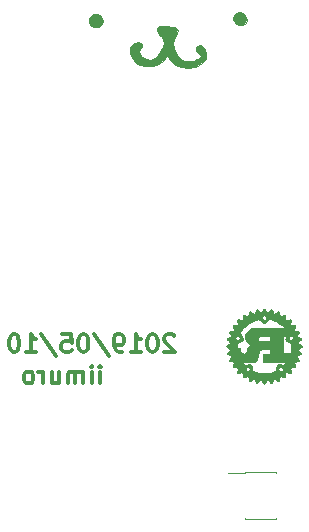
<source format=gbo>
G04 #@! TF.GenerationSoftware,KiCad,Pcbnew,(5.0.1-3-g963ef8bb5)*
G04 #@! TF.CreationDate,2019-05-10T02:41:28+09:00*
G04 #@! TF.ProjectId,mouse_v2,6D6F7573655F76322E6B696361645F70,rev?*
G04 #@! TF.SameCoordinates,Original*
G04 #@! TF.FileFunction,Legend,Bot*
G04 #@! TF.FilePolarity,Positive*
%FSLAX46Y46*%
G04 Gerber Fmt 4.6, Leading zero omitted, Abs format (unit mm)*
G04 Created by KiCad (PCBNEW (5.0.1-3-g963ef8bb5)) date 2019年05月10日 金曜日 02:41:28*
%MOMM*%
%LPD*%
G01*
G04 APERTURE LIST*
%ADD10C,0.300000*%
%ADD11C,0.120000*%
%ADD12C,0.010000*%
%ADD13C,0.150000*%
G04 APERTURE END LIST*
D10*
X145668571Y-129828571D02*
X145668571Y-128828571D01*
X145668571Y-128328571D02*
X145740000Y-128400000D01*
X145668571Y-128471428D01*
X145597142Y-128400000D01*
X145668571Y-128328571D01*
X145668571Y-128471428D01*
X144954285Y-129828571D02*
X144954285Y-128828571D01*
X144954285Y-128328571D02*
X145025714Y-128400000D01*
X144954285Y-128471428D01*
X144882857Y-128400000D01*
X144954285Y-128328571D01*
X144954285Y-128471428D01*
X144240000Y-129828571D02*
X144240000Y-128828571D01*
X144240000Y-128971428D02*
X144168571Y-128900000D01*
X144025714Y-128828571D01*
X143811428Y-128828571D01*
X143668571Y-128900000D01*
X143597142Y-129042857D01*
X143597142Y-129828571D01*
X143597142Y-129042857D02*
X143525714Y-128900000D01*
X143382857Y-128828571D01*
X143168571Y-128828571D01*
X143025714Y-128900000D01*
X142954285Y-129042857D01*
X142954285Y-129828571D01*
X141597142Y-128828571D02*
X141597142Y-129828571D01*
X142240000Y-128828571D02*
X142240000Y-129614285D01*
X142168571Y-129757142D01*
X142025714Y-129828571D01*
X141811428Y-129828571D01*
X141668571Y-129757142D01*
X141597142Y-129685714D01*
X140882857Y-129828571D02*
X140882857Y-128828571D01*
X140882857Y-129114285D02*
X140811428Y-128971428D01*
X140740000Y-128900000D01*
X140597142Y-128828571D01*
X140454285Y-128828571D01*
X139740000Y-129828571D02*
X139882857Y-129757142D01*
X139954285Y-129685714D01*
X140025714Y-129542857D01*
X140025714Y-129114285D01*
X139954285Y-128971428D01*
X139882857Y-128900000D01*
X139740000Y-128828571D01*
X139525714Y-128828571D01*
X139382857Y-128900000D01*
X139311428Y-128971428D01*
X139240000Y-129114285D01*
X139240000Y-129542857D01*
X139311428Y-129685714D01*
X139382857Y-129757142D01*
X139525714Y-129828571D01*
X139740000Y-129828571D01*
X151980000Y-125821428D02*
X151908571Y-125750000D01*
X151765714Y-125678571D01*
X151408571Y-125678571D01*
X151265714Y-125750000D01*
X151194285Y-125821428D01*
X151122857Y-125964285D01*
X151122857Y-126107142D01*
X151194285Y-126321428D01*
X152051428Y-127178571D01*
X151122857Y-127178571D01*
X150194285Y-125678571D02*
X150051428Y-125678571D01*
X149908571Y-125750000D01*
X149837142Y-125821428D01*
X149765714Y-125964285D01*
X149694285Y-126250000D01*
X149694285Y-126607142D01*
X149765714Y-126892857D01*
X149837142Y-127035714D01*
X149908571Y-127107142D01*
X150051428Y-127178571D01*
X150194285Y-127178571D01*
X150337142Y-127107142D01*
X150408571Y-127035714D01*
X150480000Y-126892857D01*
X150551428Y-126607142D01*
X150551428Y-126250000D01*
X150480000Y-125964285D01*
X150408571Y-125821428D01*
X150337142Y-125750000D01*
X150194285Y-125678571D01*
X148265714Y-127178571D02*
X149122857Y-127178571D01*
X148694285Y-127178571D02*
X148694285Y-125678571D01*
X148837142Y-125892857D01*
X148980000Y-126035714D01*
X149122857Y-126107142D01*
X147551428Y-127178571D02*
X147265714Y-127178571D01*
X147122857Y-127107142D01*
X147051428Y-127035714D01*
X146908571Y-126821428D01*
X146837142Y-126535714D01*
X146837142Y-125964285D01*
X146908571Y-125821428D01*
X146980000Y-125750000D01*
X147122857Y-125678571D01*
X147408571Y-125678571D01*
X147551428Y-125750000D01*
X147622857Y-125821428D01*
X147694285Y-125964285D01*
X147694285Y-126321428D01*
X147622857Y-126464285D01*
X147551428Y-126535714D01*
X147408571Y-126607142D01*
X147122857Y-126607142D01*
X146980000Y-126535714D01*
X146908571Y-126464285D01*
X146837142Y-126321428D01*
X145122857Y-125607142D02*
X146408571Y-127535714D01*
X144337142Y-125678571D02*
X144194285Y-125678571D01*
X144051428Y-125750000D01*
X143980000Y-125821428D01*
X143908571Y-125964285D01*
X143837142Y-126250000D01*
X143837142Y-126607142D01*
X143908571Y-126892857D01*
X143980000Y-127035714D01*
X144051428Y-127107142D01*
X144194285Y-127178571D01*
X144337142Y-127178571D01*
X144480000Y-127107142D01*
X144551428Y-127035714D01*
X144622857Y-126892857D01*
X144694285Y-126607142D01*
X144694285Y-126250000D01*
X144622857Y-125964285D01*
X144551428Y-125821428D01*
X144480000Y-125750000D01*
X144337142Y-125678571D01*
X142480000Y-125678571D02*
X143194285Y-125678571D01*
X143265714Y-126392857D01*
X143194285Y-126321428D01*
X143051428Y-126250000D01*
X142694285Y-126250000D01*
X142551428Y-126321428D01*
X142480000Y-126392857D01*
X142408571Y-126535714D01*
X142408571Y-126892857D01*
X142480000Y-127035714D01*
X142551428Y-127107142D01*
X142694285Y-127178571D01*
X143051428Y-127178571D01*
X143194285Y-127107142D01*
X143265714Y-127035714D01*
X140694285Y-125607142D02*
X141980000Y-127535714D01*
X139408571Y-127178571D02*
X140265714Y-127178571D01*
X139837142Y-127178571D02*
X139837142Y-125678571D01*
X139980000Y-125892857D01*
X140122857Y-126035714D01*
X140265714Y-126107142D01*
X138480000Y-125678571D02*
X138337142Y-125678571D01*
X138194285Y-125750000D01*
X138122857Y-125821428D01*
X138051428Y-125964285D01*
X137980000Y-126250000D01*
X137980000Y-126607142D01*
X138051428Y-126892857D01*
X138122857Y-127035714D01*
X138194285Y-127107142D01*
X138337142Y-127178571D01*
X138480000Y-127178571D01*
X138622857Y-127107142D01*
X138694285Y-127035714D01*
X138765714Y-126892857D01*
X138837142Y-126607142D01*
X138837142Y-126250000D01*
X138765714Y-125964285D01*
X138694285Y-125821428D01*
X138622857Y-125750000D01*
X138480000Y-125678571D01*
D11*
G04 #@! TO.C,*
X160600000Y-137345000D02*
X157940000Y-137345000D01*
X157940000Y-137345000D02*
X157940000Y-137405000D01*
X157940000Y-141215000D02*
X157940000Y-141275000D01*
X160600000Y-141275000D02*
X157940000Y-141275000D01*
X160600000Y-137345000D02*
X160600000Y-137405000D01*
X160600000Y-141215000D02*
X160600000Y-141275000D01*
X157940000Y-137405000D02*
X156480000Y-137405000D01*
D12*
G04 #@! TO.C,G\002A\002A\002A*
G36*
X159529092Y-123514604D02*
X159510141Y-123525934D01*
X159485209Y-123553117D01*
X159452513Y-123598406D01*
X159410266Y-123664056D01*
X159408508Y-123666887D01*
X159369289Y-123728640D01*
X159339613Y-123771404D01*
X159316796Y-123798453D01*
X159298152Y-123813060D01*
X159284646Y-123817948D01*
X159254456Y-123820685D01*
X159236955Y-123818122D01*
X159223544Y-123806654D01*
X159197109Y-123780189D01*
X159161511Y-123742704D01*
X159121850Y-123699548D01*
X159065525Y-123640010D01*
X159020654Y-123599455D01*
X158984196Y-123576012D01*
X158953108Y-123567805D01*
X158924349Y-123572964D01*
X158919563Y-123574995D01*
X158903753Y-123583639D01*
X158890329Y-123596082D01*
X158877176Y-123616295D01*
X158862181Y-123648247D01*
X158843229Y-123695908D01*
X158818208Y-123763248D01*
X158815754Y-123769950D01*
X158792291Y-123833119D01*
X158774709Y-123876407D01*
X158760470Y-123903893D01*
X158747039Y-123919662D01*
X158731878Y-123927795D01*
X158715131Y-123931869D01*
X158696260Y-123930697D01*
X158669186Y-123919923D01*
X158630618Y-123897760D01*
X158577262Y-123862420D01*
X158542272Y-123838025D01*
X158488117Y-123801214D01*
X158439246Y-123770523D01*
X158400355Y-123748725D01*
X158376139Y-123738589D01*
X158373149Y-123738199D01*
X158337022Y-123749716D01*
X158305673Y-123779676D01*
X158285786Y-123821196D01*
X158283782Y-123830224D01*
X158278435Y-123860603D01*
X158270154Y-123908187D01*
X158260298Y-123965149D01*
X158254622Y-123998085D01*
X158243873Y-124056869D01*
X158234559Y-124095746D01*
X158224695Y-124119976D01*
X158212295Y-124134821D01*
X158199900Y-124143093D01*
X158184816Y-124150096D01*
X158168704Y-124152234D01*
X158146933Y-124148296D01*
X158114873Y-124137074D01*
X158067893Y-124117359D01*
X158019320Y-124095932D01*
X157942780Y-124063366D01*
X157884802Y-124042649D01*
X157841800Y-124033197D01*
X157810190Y-124034424D01*
X157786386Y-124045746D01*
X157775270Y-124056120D01*
X157765781Y-124069297D01*
X157759420Y-124087112D01*
X157755721Y-124114150D01*
X157754218Y-124154993D01*
X157754443Y-124214226D01*
X157755095Y-124254213D01*
X157756000Y-124325503D01*
X157755349Y-124375902D01*
X157752715Y-124409895D01*
X157747671Y-124431967D01*
X157739793Y-124446601D01*
X157736425Y-124450643D01*
X157722798Y-124463515D01*
X157707035Y-124470947D01*
X157684634Y-124472773D01*
X157651094Y-124468823D01*
X157601915Y-124458930D01*
X157533120Y-124443049D01*
X157457262Y-124425994D01*
X157401673Y-124416005D01*
X157362270Y-124412928D01*
X157334968Y-124416608D01*
X157315686Y-124426892D01*
X157307719Y-124434525D01*
X157295354Y-124453007D01*
X157288988Y-124477307D01*
X157288824Y-124511410D01*
X157295067Y-124559298D01*
X157307921Y-124624956D01*
X157320371Y-124681034D01*
X157336007Y-124750899D01*
X157344545Y-124802267D01*
X157343236Y-124837982D01*
X157329334Y-124860886D01*
X157300091Y-124873822D01*
X157252759Y-124879632D01*
X157184591Y-124881158D01*
X157126889Y-124881200D01*
X157052202Y-124881689D01*
X156998874Y-124883422D01*
X156962880Y-124886798D01*
X156940193Y-124892217D01*
X156926788Y-124900076D01*
X156925677Y-124901138D01*
X156908360Y-124922581D01*
X156900020Y-124946487D01*
X156901305Y-124976980D01*
X156912861Y-125018188D01*
X156935339Y-125074237D01*
X156962209Y-125133813D01*
X156990918Y-125196486D01*
X157009964Y-125240728D01*
X157020611Y-125271035D01*
X157024122Y-125291904D01*
X157021761Y-125307834D01*
X157015235Y-125322482D01*
X157006288Y-125336826D01*
X156993866Y-125347719D01*
X156973551Y-125356650D01*
X156940928Y-125365108D01*
X156891581Y-125374583D01*
X156829338Y-125385192D01*
X156740060Y-125401885D01*
X156675034Y-125419770D01*
X156633155Y-125441472D01*
X156613315Y-125469613D01*
X156614408Y-125506818D01*
X156635326Y-125555710D01*
X156674964Y-125618915D01*
X156709875Y-125668407D01*
X156750209Y-125725205D01*
X156777122Y-125766155D01*
X156792797Y-125795452D01*
X156799417Y-125817290D01*
X156799165Y-125835865D01*
X156798609Y-125838931D01*
X156792363Y-125866366D01*
X156787935Y-125879498D01*
X156775519Y-125884861D01*
X156743781Y-125897290D01*
X156697223Y-125915051D01*
X156640352Y-125936414D01*
X156627102Y-125941351D01*
X156566934Y-125964871D01*
X156514723Y-125987394D01*
X156475534Y-126006585D01*
X156454427Y-126020109D01*
X156453039Y-126021626D01*
X156440626Y-126050275D01*
X156436204Y-126080293D01*
X156439004Y-126098419D01*
X156449630Y-126119141D01*
X156470834Y-126145869D01*
X156505367Y-126182016D01*
X156555981Y-126230995D01*
X156563441Y-126238063D01*
X156623225Y-126295453D01*
X156664080Y-126339591D01*
X156685636Y-126374562D01*
X156687522Y-126404454D01*
X156669371Y-126433354D01*
X156630811Y-126465350D01*
X156571473Y-126504529D01*
X156537400Y-126525900D01*
X156461958Y-126575038D01*
X156409275Y-126615902D01*
X156379362Y-126651416D01*
X156372231Y-126684505D01*
X156387890Y-126718092D01*
X156426352Y-126755102D01*
X156487627Y-126798461D01*
X156538507Y-126830698D01*
X156607198Y-126874012D01*
X156655010Y-126908511D01*
X156682293Y-126938237D01*
X156689399Y-126967231D01*
X156676676Y-126999535D01*
X156644476Y-127039189D01*
X156593149Y-127090235D01*
X156563441Y-127118436D01*
X156501036Y-127179847D01*
X156458516Y-127229431D01*
X156436571Y-127269848D01*
X156435893Y-127303761D01*
X156457171Y-127333832D01*
X156501096Y-127362720D01*
X156568357Y-127393089D01*
X156641947Y-127421159D01*
X156703969Y-127444169D01*
X156746172Y-127461211D01*
X156772678Y-127474799D01*
X156787610Y-127487447D01*
X156795090Y-127501669D01*
X156798639Y-127516719D01*
X156800340Y-127535934D01*
X156796338Y-127555975D01*
X156784383Y-127581213D01*
X156762223Y-127616021D01*
X156727605Y-127664771D01*
X156709968Y-127688878D01*
X156661906Y-127757415D01*
X156630504Y-127810733D01*
X156614806Y-127851909D01*
X156613855Y-127884022D01*
X156626694Y-127910149D01*
X156637623Y-127921603D01*
X156663246Y-127934360D01*
X156712576Y-127948412D01*
X156783981Y-127963335D01*
X156829338Y-127971307D01*
X156897549Y-127982992D01*
X156945054Y-127992336D01*
X156976260Y-128000812D01*
X156995571Y-128009893D01*
X157007393Y-128021054D01*
X157014886Y-128033350D01*
X157021460Y-128048594D01*
X157023331Y-128064834D01*
X157019243Y-128086550D01*
X157007940Y-128118217D01*
X156988167Y-128164313D01*
X156961912Y-128222228D01*
X156930303Y-128293658D01*
X156910037Y-128346816D01*
X156900473Y-128385823D01*
X156900971Y-128414803D01*
X156910888Y-128437878D01*
X156925677Y-128455361D01*
X156938285Y-128463522D01*
X156959718Y-128469197D01*
X156994004Y-128472785D01*
X157045167Y-128474684D01*
X157117235Y-128475294D01*
X157126889Y-128475300D01*
X157210305Y-128475556D01*
X157271072Y-128478222D01*
X157311938Y-128486138D01*
X157335651Y-128502148D01*
X157344958Y-128529093D01*
X157342606Y-128569818D01*
X157331344Y-128627163D01*
X157320371Y-128675465D01*
X157302721Y-128756755D01*
X157292042Y-128817425D01*
X157288175Y-128861235D01*
X157290964Y-128891944D01*
X157300250Y-128913311D01*
X157309926Y-128924181D01*
X157328382Y-128936759D01*
X157351984Y-128942980D01*
X157385080Y-128942632D01*
X157432016Y-128935505D01*
X157497141Y-128921387D01*
X157530366Y-128913466D01*
X157600387Y-128897031D01*
X157650380Y-128887121D01*
X157684818Y-128883569D01*
X157708179Y-128886210D01*
X157724936Y-128894879D01*
X157736425Y-128905856D01*
X157745355Y-128918995D01*
X157751306Y-128938060D01*
X157754704Y-128967536D01*
X157755976Y-129011907D01*
X157755547Y-129075657D01*
X157755095Y-129102286D01*
X157754150Y-129173004D01*
X157754688Y-129222927D01*
X157757177Y-129256638D01*
X157762082Y-129278721D01*
X157769871Y-129293761D01*
X157775270Y-129300379D01*
X157796125Y-129316963D01*
X157822665Y-129323855D01*
X157858496Y-129320465D01*
X157907224Y-129306199D01*
X157972452Y-129280463D01*
X158018533Y-129260375D01*
X158079933Y-129233331D01*
X158122897Y-129215703D01*
X158152058Y-129206283D01*
X158172052Y-129203863D01*
X158187513Y-129207234D01*
X158199557Y-129213192D01*
X158213547Y-129222804D01*
X158224345Y-129236606D01*
X158233449Y-129259066D01*
X158242361Y-129294651D01*
X158252578Y-129347830D01*
X158261065Y-129396492D01*
X158273465Y-129465814D01*
X158283858Y-129514698D01*
X158293737Y-129547864D01*
X158304592Y-129570032D01*
X158317913Y-129585923D01*
X158322098Y-129589725D01*
X158351385Y-129609488D01*
X158377432Y-129618272D01*
X158378493Y-129618300D01*
X158397138Y-129611186D01*
X158431606Y-129591707D01*
X158477335Y-129562657D01*
X158529767Y-129526826D01*
X158541824Y-129518258D01*
X158602635Y-129475687D01*
X158647189Y-129447079D01*
X158679038Y-129430498D01*
X158701734Y-129424006D01*
X158714002Y-129424414D01*
X158732181Y-129428855D01*
X158746680Y-129436756D01*
X158759735Y-129451894D01*
X158773586Y-129478046D01*
X158790469Y-129518987D01*
X158812624Y-129578496D01*
X158824191Y-129610355D01*
X158847849Y-129674181D01*
X158865982Y-129718199D01*
X158880991Y-129746732D01*
X158895278Y-129764102D01*
X158911246Y-129774633D01*
X158916885Y-129777173D01*
X158946448Y-129785687D01*
X158974932Y-129783510D01*
X159005920Y-129768539D01*
X159042995Y-129738673D01*
X159089742Y-129691811D01*
X159121850Y-129656951D01*
X159162650Y-129612575D01*
X159198034Y-129575357D01*
X159224142Y-129549275D01*
X159236955Y-129538377D01*
X159258691Y-129535820D01*
X159284474Y-129538518D01*
X159302358Y-129546023D01*
X159322413Y-129563991D01*
X159347431Y-129595771D01*
X159380203Y-129644710D01*
X159402502Y-129680085D01*
X159443041Y-129744253D01*
X159473828Y-129789636D01*
X159497865Y-129819412D01*
X159518153Y-129836762D01*
X159537694Y-129844864D01*
X159559490Y-129846899D01*
X159560000Y-129846900D01*
X159593374Y-129840972D01*
X159613365Y-129831025D01*
X159627598Y-129814477D01*
X159651663Y-129780993D01*
X159682251Y-129735373D01*
X159716049Y-129682414D01*
X159717499Y-129680085D01*
X159755715Y-129620301D01*
X159784645Y-129579515D01*
X159807080Y-129554378D01*
X159825810Y-129541543D01*
X159835527Y-129538518D01*
X159865663Y-129535807D01*
X159883046Y-129538377D01*
X159896457Y-129549845D01*
X159922892Y-129576310D01*
X159958490Y-129613795D01*
X159998150Y-129656951D01*
X160051960Y-129714367D01*
X160094070Y-129753596D01*
X160128064Y-129776741D01*
X160157526Y-129785902D01*
X160186038Y-129783183D01*
X160203116Y-129777173D01*
X160220087Y-129767880D01*
X160234637Y-129753081D01*
X160249167Y-129728453D01*
X160266080Y-129689674D01*
X160287777Y-129632420D01*
X160295810Y-129610355D01*
X160320884Y-129541806D01*
X160339736Y-129493430D01*
X160354603Y-129461451D01*
X160367723Y-129442090D01*
X160381334Y-129431573D01*
X160397675Y-129426122D01*
X160405999Y-129424414D01*
X160424425Y-129425031D01*
X160449534Y-129434392D01*
X160484878Y-129454433D01*
X160534010Y-129487090D01*
X160578177Y-129518258D01*
X160631955Y-129555300D01*
X160680600Y-129586142D01*
X160719381Y-129607969D01*
X160743566Y-129617966D01*
X160746353Y-129618300D01*
X160775106Y-129612943D01*
X160798549Y-129594968D01*
X160818127Y-129561514D01*
X160835283Y-129509721D01*
X160851462Y-129436728D01*
X160858972Y-129395251D01*
X160870973Y-129327783D01*
X160880646Y-129280935D01*
X160889507Y-129250220D01*
X160899071Y-129231150D01*
X160910853Y-129219237D01*
X160920444Y-129213192D01*
X160935599Y-129206102D01*
X160951630Y-129203851D01*
X160973170Y-129207645D01*
X161004854Y-129218694D01*
X161051317Y-129238206D01*
X161101468Y-129260375D01*
X161177747Y-129292932D01*
X161235465Y-129313681D01*
X161278225Y-129323215D01*
X161309634Y-129322127D01*
X161333297Y-129311010D01*
X161344731Y-129300379D01*
X161354220Y-129287202D01*
X161360581Y-129269387D01*
X161364280Y-129242349D01*
X161365783Y-129201506D01*
X161365558Y-129142273D01*
X161364906Y-129102286D01*
X161363965Y-129018167D01*
X161366754Y-128956865D01*
X161376337Y-128915806D01*
X161395780Y-128892415D01*
X161428144Y-128884117D01*
X161476496Y-128888339D01*
X161543898Y-128902505D01*
X161589635Y-128913466D01*
X161665074Y-128930792D01*
X161720337Y-128940770D01*
X161759516Y-128943559D01*
X161786699Y-128939313D01*
X161805979Y-128928190D01*
X161812282Y-128921974D01*
X161824647Y-128903492D01*
X161831013Y-128879192D01*
X161831177Y-128845089D01*
X161824934Y-128797201D01*
X161812080Y-128731543D01*
X161799630Y-128675465D01*
X161783994Y-128605600D01*
X161782177Y-128594668D01*
X161157629Y-128594668D01*
X161155864Y-128653971D01*
X161133555Y-128709803D01*
X161107004Y-128742256D01*
X161047836Y-128784570D01*
X160985251Y-128802244D01*
X160920728Y-128794945D01*
X160902025Y-128788176D01*
X160865611Y-128766313D01*
X160831046Y-128735595D01*
X160827308Y-128731331D01*
X160794602Y-128676099D01*
X160783801Y-128618862D01*
X160792044Y-128563252D01*
X160816470Y-128512902D01*
X160854216Y-128471441D01*
X160902422Y-128442502D01*
X160958226Y-128429717D01*
X161018767Y-128436717D01*
X161049938Y-128448780D01*
X161103639Y-128486789D01*
X161139878Y-128537180D01*
X161157629Y-128594668D01*
X161782177Y-128594668D01*
X161775456Y-128554232D01*
X161776765Y-128518517D01*
X161790667Y-128495613D01*
X161819910Y-128482677D01*
X161867242Y-128476867D01*
X161935410Y-128475341D01*
X161993112Y-128475300D01*
X162082469Y-128474055D01*
X162148229Y-128468533D01*
X162192144Y-128456052D01*
X162215965Y-128433930D01*
X162221446Y-128399484D01*
X162210338Y-128350032D01*
X162184393Y-128282893D01*
X162157930Y-128223022D01*
X162129583Y-128159669D01*
X162110768Y-128114853D01*
X162100245Y-128084109D01*
X162096772Y-128062970D01*
X162099109Y-128046971D01*
X162102868Y-128038463D01*
X161426900Y-128038463D01*
X161419243Y-128050878D01*
X161399006Y-128077495D01*
X161370291Y-128113367D01*
X161337201Y-128153541D01*
X161303838Y-128193069D01*
X161274303Y-128227000D01*
X161252700Y-128250384D01*
X161246141Y-128256586D01*
X161232279Y-128260732D01*
X161204557Y-128259868D01*
X161160179Y-128253618D01*
X161096353Y-128241606D01*
X161026412Y-128226947D01*
X160955627Y-128212095D01*
X160891531Y-128199410D01*
X160839128Y-128189825D01*
X160803423Y-128184271D01*
X160791900Y-128183261D01*
X160751334Y-128192709D01*
X160707253Y-128216668D01*
X160670465Y-128248668D01*
X160660403Y-128261968D01*
X160651669Y-128283728D01*
X160639171Y-128325631D01*
X160624169Y-128382920D01*
X160607925Y-128450840D01*
X160595436Y-128507050D01*
X160579866Y-128579105D01*
X160565783Y-128643513D01*
X160554192Y-128695735D01*
X160546099Y-128731237D01*
X160542838Y-128744479D01*
X160526939Y-128761092D01*
X160489868Y-128781805D01*
X160435306Y-128805456D01*
X160366932Y-128830888D01*
X160288424Y-128856941D01*
X160203461Y-128882455D01*
X160115724Y-128906272D01*
X160028890Y-128927231D01*
X159946640Y-128944175D01*
X159872651Y-128955942D01*
X159871150Y-128956133D01*
X159799864Y-128962602D01*
X159711264Y-128966753D01*
X159612110Y-128968631D01*
X159509165Y-128968281D01*
X159409190Y-128965749D01*
X159318947Y-128961079D01*
X159245197Y-128954316D01*
X159227007Y-128951842D01*
X159157302Y-128940103D01*
X159081697Y-128925433D01*
X159013864Y-128910530D01*
X158998407Y-128906753D01*
X158925612Y-128887100D01*
X158851290Y-128864727D01*
X158779459Y-128841105D01*
X158714139Y-128817706D01*
X158659348Y-128795999D01*
X158619106Y-128777456D01*
X158597431Y-128763549D01*
X158594800Y-128759034D01*
X158591919Y-128736979D01*
X158584058Y-128695545D01*
X158572398Y-128639841D01*
X158565721Y-128609513D01*
X158354169Y-128609513D01*
X158349095Y-128672179D01*
X158342293Y-128693548D01*
X158316349Y-128735454D01*
X158275973Y-128774434D01*
X158231314Y-128801159D01*
X158221478Y-128804599D01*
X158157305Y-128810442D01*
X158090837Y-128791705D01*
X158064268Y-128777503D01*
X158019146Y-128736860D01*
X157992694Y-128684860D01*
X157984523Y-128626937D01*
X157994242Y-128568525D01*
X158021464Y-128515057D01*
X158065798Y-128471968D01*
X158087054Y-128459444D01*
X158148651Y-128440734D01*
X158208309Y-128443999D01*
X158262359Y-128465874D01*
X158307132Y-128502995D01*
X158338958Y-128551997D01*
X158354169Y-128609513D01*
X158565721Y-128609513D01*
X158558116Y-128574976D01*
X158542391Y-128506059D01*
X158526400Y-128438199D01*
X158511322Y-128376505D01*
X158498335Y-128326087D01*
X158488617Y-128292053D01*
X158484575Y-128281063D01*
X158451081Y-128239928D01*
X158402494Y-128209813D01*
X158348569Y-128196470D01*
X158340800Y-128196270D01*
X158313095Y-128199040D01*
X158266135Y-128206495D01*
X158205423Y-128217649D01*
X158136463Y-128231519D01*
X158099500Y-128239407D01*
X158025089Y-128255404D01*
X157971402Y-128266158D01*
X157934401Y-128272070D01*
X157910047Y-128273541D01*
X157894299Y-128270973D01*
X157883119Y-128264767D01*
X157878968Y-128261309D01*
X157860321Y-128242384D01*
X157832344Y-128211205D01*
X157799098Y-128172642D01*
X157764642Y-128131562D01*
X157733037Y-128092833D01*
X157708342Y-128061322D01*
X157694618Y-128041899D01*
X157693100Y-128038463D01*
X157705353Y-128036794D01*
X157740320Y-128035250D01*
X157795317Y-128033871D01*
X157867659Y-128032699D01*
X157954660Y-128031774D01*
X158053636Y-128031135D01*
X158161902Y-128030824D01*
X158202356Y-128030800D01*
X158335742Y-128030801D01*
X158446311Y-128030537D01*
X158536647Y-128029607D01*
X158609332Y-128027607D01*
X158666951Y-128024137D01*
X158712086Y-128018793D01*
X158747320Y-128011175D01*
X158775237Y-128000880D01*
X158798419Y-127987506D01*
X158819450Y-127970651D01*
X158840913Y-127949913D01*
X158862225Y-127928117D01*
X158903248Y-127882062D01*
X158938506Y-127832182D01*
X158969310Y-127775111D01*
X158996970Y-127707481D01*
X159022797Y-127625924D01*
X159048103Y-127527072D01*
X159074197Y-127407559D01*
X159084260Y-127357700D01*
X159110605Y-127241748D01*
X159139997Y-127148012D01*
X159174232Y-127073334D01*
X159215105Y-127014562D01*
X159264412Y-126968539D01*
X159323949Y-126932112D01*
X159327533Y-126930335D01*
X159401250Y-126894171D01*
X159744150Y-126894160D01*
X160087050Y-126894150D01*
X160087050Y-127313250D01*
X159496500Y-127320068D01*
X159496500Y-128030800D01*
X160461700Y-128030800D01*
X160615780Y-128030898D01*
X160762265Y-128031182D01*
X160899205Y-128031637D01*
X161024649Y-128032248D01*
X161136648Y-128032998D01*
X161233250Y-128033872D01*
X161312506Y-128034855D01*
X161372464Y-128035932D01*
X161411176Y-128037086D01*
X161426689Y-128038302D01*
X161426900Y-128038463D01*
X162102868Y-128038463D01*
X162105191Y-128033206D01*
X162114100Y-128019153D01*
X162126787Y-128008413D01*
X162147655Y-127999516D01*
X162181109Y-127990993D01*
X162231552Y-127981374D01*
X162290663Y-127971307D01*
X162372911Y-127956097D01*
X162433934Y-127941539D01*
X162472101Y-127928055D01*
X162482378Y-127921603D01*
X162501571Y-127897273D01*
X162507440Y-127868453D01*
X162499026Y-127832065D01*
X162475374Y-127785031D01*
X162435526Y-127724272D01*
X162410033Y-127688878D01*
X162369863Y-127633403D01*
X162343042Y-127593601D01*
X162327317Y-127565098D01*
X162320438Y-127543523D01*
X162320151Y-127524504D01*
X162321362Y-127516719D01*
X162325764Y-127499220D01*
X162334145Y-127485413D01*
X162350628Y-127472784D01*
X162379335Y-127458818D01*
X162424388Y-127441002D01*
X162478054Y-127421159D01*
X162555759Y-127391341D01*
X162611999Y-127365949D01*
X162649845Y-127342837D01*
X162672368Y-127319861D01*
X162682639Y-127294876D01*
X162684200Y-127277167D01*
X162681347Y-127258782D01*
X162670932Y-127238118D01*
X162650174Y-127211716D01*
X162616290Y-127176115D01*
X162566499Y-127127858D01*
X162556560Y-127118436D01*
X162496602Y-127060842D01*
X162455615Y-127016488D01*
X162433964Y-126981322D01*
X162432016Y-126951295D01*
X162450136Y-126922353D01*
X162488690Y-126890446D01*
X162548044Y-126851522D01*
X162582600Y-126830041D01*
X162657978Y-126781395D01*
X162710647Y-126740883D01*
X162740596Y-126705586D01*
X162747818Y-126672589D01*
X162732302Y-126638974D01*
X162694038Y-126601824D01*
X162640967Y-126563903D01*
X161883158Y-126563903D01*
X161882496Y-126634814D01*
X161880863Y-126712835D01*
X161880828Y-126714147D01*
X161874955Y-126843290D01*
X161864738Y-126965290D01*
X161850744Y-127075905D01*
X161833538Y-127170891D01*
X161813686Y-127246004D01*
X161807608Y-127263219D01*
X161795829Y-127294200D01*
X161134800Y-127294200D01*
X161134800Y-126040520D01*
X160093400Y-126040520D01*
X160092856Y-126110865D01*
X160091350Y-126172205D01*
X160089075Y-126220085D01*
X160086222Y-126250049D01*
X160084052Y-126257914D01*
X160069559Y-126260023D01*
X160032691Y-126261727D01*
X159976473Y-126262990D01*
X159903926Y-126263774D01*
X159818075Y-126264044D01*
X159721943Y-126263762D01*
X159649077Y-126263206D01*
X159223450Y-126259150D01*
X159147250Y-126221050D01*
X159080921Y-126180225D01*
X159038634Y-126135330D01*
X159019132Y-126084584D01*
X159019037Y-126038993D01*
X159034510Y-125980894D01*
X159066046Y-125933805D01*
X159117559Y-125892631D01*
X159143141Y-125877502D01*
X159210750Y-125840050D01*
X160093400Y-125832474D01*
X160093400Y-126040520D01*
X161134800Y-126040520D01*
X161134800Y-125808300D01*
X161293550Y-125808300D01*
X161361761Y-125808837D01*
X161408151Y-125810712D01*
X161436284Y-125814320D01*
X161449722Y-125820058D01*
X161452300Y-125825924D01*
X161447133Y-125845379D01*
X161433489Y-125880506D01*
X161414157Y-125924211D01*
X161411113Y-125930699D01*
X161379815Y-126012798D01*
X161369773Y-126082454D01*
X161380911Y-126141008D01*
X161397444Y-126170972D01*
X161413246Y-126187890D01*
X161439051Y-126206625D01*
X161477914Y-126228859D01*
X161532890Y-126256274D01*
X161607035Y-126290551D01*
X161648427Y-126309088D01*
X161727940Y-126344858D01*
X161786998Y-126372597D01*
X161828611Y-126394003D01*
X161855787Y-126410773D01*
X161871533Y-126424606D01*
X161878860Y-126437199D01*
X161879529Y-126439512D01*
X161881652Y-126461683D01*
X161882869Y-126504669D01*
X161883158Y-126563903D01*
X162640967Y-126563903D01*
X162633017Y-126558223D01*
X162581597Y-126525323D01*
X162513020Y-126481702D01*
X162465307Y-126447065D01*
X162438103Y-126417331D01*
X162431052Y-126388422D01*
X162443797Y-126356261D01*
X162475985Y-126316769D01*
X162527259Y-126265867D01*
X162556560Y-126238063D01*
X162609339Y-126187273D01*
X162645699Y-126149733D01*
X162668392Y-126122031D01*
X162680169Y-126100756D01*
X162683782Y-126082495D01*
X162683797Y-126080293D01*
X162677954Y-126045322D01*
X162666962Y-126021626D01*
X162649306Y-126009255D01*
X162612737Y-125990834D01*
X162590049Y-125980873D01*
X162011680Y-125980873D01*
X161995448Y-126036371D01*
X161963880Y-126084370D01*
X161920161Y-126121330D01*
X161867480Y-126143712D01*
X161809021Y-126147977D01*
X161747972Y-126130584D01*
X161744654Y-126128955D01*
X161693328Y-126090040D01*
X161658872Y-126036846D01*
X161643030Y-125975499D01*
X161647546Y-125912124D01*
X161668510Y-125861536D01*
X161699631Y-125827565D01*
X161744814Y-125797170D01*
X161793511Y-125776396D01*
X161826950Y-125770757D01*
X161871119Y-125779923D01*
X161919945Y-125803391D01*
X161962881Y-125835118D01*
X161985391Y-125861536D01*
X162009390Y-125921414D01*
X162011680Y-125980873D01*
X162590049Y-125980873D01*
X162562317Y-125968698D01*
X162503107Y-125945182D01*
X162492899Y-125941351D01*
X162434386Y-125919436D01*
X162385210Y-125900747D01*
X162349877Y-125887015D01*
X162332890Y-125879974D01*
X162332066Y-125879498D01*
X162327582Y-125866156D01*
X162321392Y-125838931D01*
X162320208Y-125820492D01*
X162325534Y-125799487D01*
X162339552Y-125771722D01*
X162364445Y-125733000D01*
X162402395Y-125679129D01*
X162410126Y-125668407D01*
X162461230Y-125594600D01*
X162494328Y-125536793D01*
X162508313Y-125492364D01*
X162502077Y-125458688D01*
X162474516Y-125433141D01*
X162424520Y-125413099D01*
X162350985Y-125395939D01*
X162290663Y-125385192D01*
X162222524Y-125373533D01*
X162175075Y-125364229D01*
X162143902Y-125355791D01*
X162124589Y-125346729D01*
X162112720Y-125335553D01*
X162104766Y-125322482D01*
X162098000Y-125307079D01*
X162095905Y-125291008D01*
X162099746Y-125269770D01*
X162110785Y-125238869D01*
X162130288Y-125193806D01*
X162157792Y-125133813D01*
X162168536Y-125109800D01*
X161292755Y-125109800D01*
X160033508Y-125109800D01*
X159820594Y-125109804D01*
X159631465Y-125109864D01*
X159464508Y-125110048D01*
X159318109Y-125110426D01*
X159190652Y-125111067D01*
X159080524Y-125112039D01*
X158986112Y-125113411D01*
X158905799Y-125115254D01*
X158837973Y-125117635D01*
X158781019Y-125120625D01*
X158733323Y-125124291D01*
X158693271Y-125128704D01*
X158659248Y-125133932D01*
X158629640Y-125140044D01*
X158602834Y-125147109D01*
X158577214Y-125155197D01*
X158551167Y-125164376D01*
X158523930Y-125174402D01*
X158407978Y-125227170D01*
X158297647Y-125296309D01*
X158197567Y-125377914D01*
X158112364Y-125468075D01*
X158046668Y-125562887D01*
X158032731Y-125589065D01*
X157984429Y-125710739D01*
X157961380Y-125830208D01*
X157963515Y-125947217D01*
X157990762Y-126061508D01*
X158043050Y-126172827D01*
X158120308Y-126280917D01*
X158222466Y-126385523D01*
X158263389Y-126420687D01*
X158310361Y-126458445D01*
X158352902Y-126490926D01*
X158385599Y-126514093D01*
X158400563Y-126523001D01*
X158422476Y-126535628D01*
X158429400Y-126543763D01*
X158419860Y-126554905D01*
X158395801Y-126575170D01*
X158377120Y-126589350D01*
X158315656Y-126641748D01*
X158253766Y-126707104D01*
X158198351Y-126777292D01*
X158156306Y-126844185D01*
X158149758Y-126857186D01*
X158129964Y-126905144D01*
X158108516Y-126967411D01*
X158088937Y-127033432D01*
X158081932Y-127060499D01*
X158065407Y-127127103D01*
X158052682Y-127173690D01*
X158041575Y-127204929D01*
X158029905Y-127225489D01*
X158015489Y-127240037D01*
X157996147Y-127253243D01*
X157990112Y-127256989D01*
X157912618Y-127292804D01*
X157831101Y-127305707D01*
X157741937Y-127296072D01*
X157704931Y-127286471D01*
X157635461Y-127254318D01*
X157578459Y-127205009D01*
X157539194Y-127143563D01*
X157530701Y-127120405D01*
X157523014Y-127081609D01*
X157517494Y-127028682D01*
X157515303Y-126972876D01*
X157515300Y-126971216D01*
X157514471Y-126909447D01*
X157509168Y-126867990D01*
X157495170Y-126842796D01*
X157468255Y-126829816D01*
X157424201Y-126825001D01*
X157362131Y-126824300D01*
X157235256Y-126824300D01*
X157242250Y-126427980D01*
X157470850Y-126327720D01*
X157566799Y-126285154D01*
X157642840Y-126248528D01*
X157700022Y-126214651D01*
X157739388Y-126180333D01*
X157761985Y-126142385D01*
X157768859Y-126097614D01*
X157761056Y-126042832D01*
X157746413Y-125996389D01*
X157498892Y-125996389D01*
X157485187Y-126040482D01*
X157448148Y-126099170D01*
X157397704Y-126137836D01*
X157337593Y-126155201D01*
X157271555Y-126149985D01*
X157221147Y-126130874D01*
X157171542Y-126091856D01*
X157138230Y-126036063D01*
X157127739Y-125997549D01*
X157125226Y-125957064D01*
X157134847Y-125918592D01*
X157148911Y-125888296D01*
X157189129Y-125834023D01*
X157240587Y-125799259D01*
X157298329Y-125784139D01*
X157357402Y-125788798D01*
X157412851Y-125813370D01*
X157459720Y-125857991D01*
X157473817Y-125879472D01*
X157498021Y-125939007D01*
X157498892Y-125996389D01*
X157746413Y-125996389D01*
X157739620Y-125974847D01*
X157705598Y-125890470D01*
X157660036Y-125786509D01*
X157653252Y-125771238D01*
X157537204Y-125510043D01*
X157561177Y-125468880D01*
X157626738Y-125367141D01*
X157708432Y-125257444D01*
X157801128Y-125145723D01*
X157899694Y-125037908D01*
X157998999Y-124939932D01*
X158080450Y-124868580D01*
X158265540Y-124732668D01*
X158466336Y-124613604D01*
X158677139Y-124514568D01*
X158796121Y-124469495D01*
X158874041Y-124443818D01*
X158949777Y-124421234D01*
X159018048Y-124403133D01*
X159073575Y-124390906D01*
X159111078Y-124385943D01*
X159113622Y-124385900D01*
X159127099Y-124389261D01*
X159146340Y-124400610D01*
X159173560Y-124421844D01*
X159210971Y-124454863D01*
X159260784Y-124501565D01*
X159325213Y-124563846D01*
X159354915Y-124592902D01*
X159420223Y-124653988D01*
X159473925Y-124696768D01*
X159519642Y-124723267D01*
X159560996Y-124735509D01*
X159601610Y-124735518D01*
X159608295Y-124734517D01*
X159627733Y-124729076D01*
X159649244Y-124717605D01*
X159675776Y-124697617D01*
X159710277Y-124666628D01*
X159755695Y-124622151D01*
X159814979Y-124561701D01*
X159822670Y-124553767D01*
X159990089Y-124380899D01*
X160076670Y-124397903D01*
X160154692Y-124416739D01*
X160247864Y-124444815D01*
X160348854Y-124479547D01*
X160450334Y-124518353D01*
X160544970Y-124558650D01*
X160582350Y-124576089D01*
X160761098Y-124673596D01*
X160936441Y-124791050D01*
X161101194Y-124923285D01*
X161216953Y-125032572D01*
X161292755Y-125109800D01*
X162168536Y-125109800D01*
X162189656Y-125062602D01*
X162210072Y-125009598D01*
X162219686Y-124970676D01*
X162219148Y-124941707D01*
X162209104Y-124918566D01*
X162194324Y-124901138D01*
X162181716Y-124892977D01*
X162160283Y-124887302D01*
X162125997Y-124883714D01*
X162074834Y-124881815D01*
X162002766Y-124881205D01*
X161993112Y-124881200D01*
X161909696Y-124880943D01*
X161848929Y-124878277D01*
X161808063Y-124870361D01*
X161784350Y-124854351D01*
X161775043Y-124827406D01*
X161777395Y-124786681D01*
X161788657Y-124729336D01*
X161799630Y-124681034D01*
X161817280Y-124599744D01*
X161827959Y-124539074D01*
X161831826Y-124495264D01*
X161829037Y-124464555D01*
X161819751Y-124443188D01*
X161810075Y-124432318D01*
X161792134Y-124419949D01*
X161769331Y-124413665D01*
X161737346Y-124413674D01*
X161691855Y-124420182D01*
X161628538Y-124433398D01*
X161586881Y-124443049D01*
X161517707Y-124459014D01*
X161468644Y-124468867D01*
X161435191Y-124472779D01*
X161412848Y-124470917D01*
X161397113Y-124463449D01*
X161383576Y-124450643D01*
X161374646Y-124437504D01*
X161368695Y-124418439D01*
X161365297Y-124388963D01*
X161364025Y-124344592D01*
X161364454Y-124280842D01*
X161364666Y-124268328D01*
X159755536Y-124268328D01*
X159741841Y-124326891D01*
X159713785Y-124377259D01*
X159700085Y-124391902D01*
X159643901Y-124426612D01*
X159579224Y-124440476D01*
X159512986Y-124432828D01*
X159469123Y-124414152D01*
X159441541Y-124390535D01*
X159414075Y-124355669D01*
X159407286Y-124344525D01*
X159386059Y-124283762D01*
X159387032Y-124222828D01*
X159407455Y-124166303D01*
X159444576Y-124118767D01*
X159495645Y-124084802D01*
X159557910Y-124068988D01*
X159573128Y-124068400D01*
X159630805Y-124080189D01*
X159684205Y-124112099D01*
X159726903Y-124158940D01*
X159751704Y-124212568D01*
X159755536Y-124268328D01*
X161364666Y-124268328D01*
X161364906Y-124254213D01*
X161365851Y-124183495D01*
X161365313Y-124133572D01*
X161362824Y-124099861D01*
X161357919Y-124077778D01*
X161350130Y-124062738D01*
X161344731Y-124056120D01*
X161323701Y-124039470D01*
X161296848Y-124032592D01*
X161260585Y-124036070D01*
X161211327Y-124050490D01*
X161145487Y-124076436D01*
X161100681Y-124095932D01*
X161039253Y-124122917D01*
X160996267Y-124140489D01*
X160967093Y-124149857D01*
X160947098Y-124152230D01*
X160931654Y-124148817D01*
X160920101Y-124143093D01*
X160904432Y-124131871D01*
X160892813Y-124115277D01*
X160883258Y-124088050D01*
X160873784Y-124044930D01*
X160865379Y-123998085D01*
X160855236Y-123939295D01*
X160845909Y-123885516D01*
X160838758Y-123844578D01*
X160836219Y-123830224D01*
X160819407Y-123787228D01*
X160789803Y-123754422D01*
X160754094Y-123738691D01*
X160746852Y-123738200D01*
X160726660Y-123745273D01*
X160690716Y-123764644D01*
X160643717Y-123793542D01*
X160590358Y-123829196D01*
X160577729Y-123838025D01*
X160515304Y-123880988D01*
X160469394Y-123909837D01*
X160436704Y-123926359D01*
X160413943Y-123932342D01*
X160404870Y-123931869D01*
X160385224Y-123926719D01*
X160369907Y-123917092D01*
X160356167Y-123898682D01*
X160341254Y-123867188D01*
X160322415Y-123818307D01*
X160309455Y-123782650D01*
X160282554Y-123709471D01*
X160261553Y-123656662D01*
X160244477Y-123620446D01*
X160229355Y-123597042D01*
X160214212Y-123582672D01*
X160201221Y-123575351D01*
X160172404Y-123567919D01*
X160142023Y-123573367D01*
X160106990Y-123593586D01*
X160064213Y-123630464D01*
X160010605Y-123685892D01*
X159998150Y-123699548D01*
X159957351Y-123743924D01*
X159921967Y-123781142D01*
X159895859Y-123807224D01*
X159883046Y-123818122D01*
X159861329Y-123820670D01*
X159835355Y-123817948D01*
X159818109Y-123810838D01*
X159798804Y-123793865D01*
X159774756Y-123763756D01*
X159743280Y-123717237D01*
X159711493Y-123666887D01*
X159669836Y-123601687D01*
X159636901Y-123556121D01*
X159609398Y-123527440D01*
X159584035Y-123512899D01*
X159557524Y-123509750D01*
X159529092Y-123514604D01*
X159529092Y-123514604D01*
G37*
X159529092Y-123514604D02*
X159510141Y-123525934D01*
X159485209Y-123553117D01*
X159452513Y-123598406D01*
X159410266Y-123664056D01*
X159408508Y-123666887D01*
X159369289Y-123728640D01*
X159339613Y-123771404D01*
X159316796Y-123798453D01*
X159298152Y-123813060D01*
X159284646Y-123817948D01*
X159254456Y-123820685D01*
X159236955Y-123818122D01*
X159223544Y-123806654D01*
X159197109Y-123780189D01*
X159161511Y-123742704D01*
X159121850Y-123699548D01*
X159065525Y-123640010D01*
X159020654Y-123599455D01*
X158984196Y-123576012D01*
X158953108Y-123567805D01*
X158924349Y-123572964D01*
X158919563Y-123574995D01*
X158903753Y-123583639D01*
X158890329Y-123596082D01*
X158877176Y-123616295D01*
X158862181Y-123648247D01*
X158843229Y-123695908D01*
X158818208Y-123763248D01*
X158815754Y-123769950D01*
X158792291Y-123833119D01*
X158774709Y-123876407D01*
X158760470Y-123903893D01*
X158747039Y-123919662D01*
X158731878Y-123927795D01*
X158715131Y-123931869D01*
X158696260Y-123930697D01*
X158669186Y-123919923D01*
X158630618Y-123897760D01*
X158577262Y-123862420D01*
X158542272Y-123838025D01*
X158488117Y-123801214D01*
X158439246Y-123770523D01*
X158400355Y-123748725D01*
X158376139Y-123738589D01*
X158373149Y-123738199D01*
X158337022Y-123749716D01*
X158305673Y-123779676D01*
X158285786Y-123821196D01*
X158283782Y-123830224D01*
X158278435Y-123860603D01*
X158270154Y-123908187D01*
X158260298Y-123965149D01*
X158254622Y-123998085D01*
X158243873Y-124056869D01*
X158234559Y-124095746D01*
X158224695Y-124119976D01*
X158212295Y-124134821D01*
X158199900Y-124143093D01*
X158184816Y-124150096D01*
X158168704Y-124152234D01*
X158146933Y-124148296D01*
X158114873Y-124137074D01*
X158067893Y-124117359D01*
X158019320Y-124095932D01*
X157942780Y-124063366D01*
X157884802Y-124042649D01*
X157841800Y-124033197D01*
X157810190Y-124034424D01*
X157786386Y-124045746D01*
X157775270Y-124056120D01*
X157765781Y-124069297D01*
X157759420Y-124087112D01*
X157755721Y-124114150D01*
X157754218Y-124154993D01*
X157754443Y-124214226D01*
X157755095Y-124254213D01*
X157756000Y-124325503D01*
X157755349Y-124375902D01*
X157752715Y-124409895D01*
X157747671Y-124431967D01*
X157739793Y-124446601D01*
X157736425Y-124450643D01*
X157722798Y-124463515D01*
X157707035Y-124470947D01*
X157684634Y-124472773D01*
X157651094Y-124468823D01*
X157601915Y-124458930D01*
X157533120Y-124443049D01*
X157457262Y-124425994D01*
X157401673Y-124416005D01*
X157362270Y-124412928D01*
X157334968Y-124416608D01*
X157315686Y-124426892D01*
X157307719Y-124434525D01*
X157295354Y-124453007D01*
X157288988Y-124477307D01*
X157288824Y-124511410D01*
X157295067Y-124559298D01*
X157307921Y-124624956D01*
X157320371Y-124681034D01*
X157336007Y-124750899D01*
X157344545Y-124802267D01*
X157343236Y-124837982D01*
X157329334Y-124860886D01*
X157300091Y-124873822D01*
X157252759Y-124879632D01*
X157184591Y-124881158D01*
X157126889Y-124881200D01*
X157052202Y-124881689D01*
X156998874Y-124883422D01*
X156962880Y-124886798D01*
X156940193Y-124892217D01*
X156926788Y-124900076D01*
X156925677Y-124901138D01*
X156908360Y-124922581D01*
X156900020Y-124946487D01*
X156901305Y-124976980D01*
X156912861Y-125018188D01*
X156935339Y-125074237D01*
X156962209Y-125133813D01*
X156990918Y-125196486D01*
X157009964Y-125240728D01*
X157020611Y-125271035D01*
X157024122Y-125291904D01*
X157021761Y-125307834D01*
X157015235Y-125322482D01*
X157006288Y-125336826D01*
X156993866Y-125347719D01*
X156973551Y-125356650D01*
X156940928Y-125365108D01*
X156891581Y-125374583D01*
X156829338Y-125385192D01*
X156740060Y-125401885D01*
X156675034Y-125419770D01*
X156633155Y-125441472D01*
X156613315Y-125469613D01*
X156614408Y-125506818D01*
X156635326Y-125555710D01*
X156674964Y-125618915D01*
X156709875Y-125668407D01*
X156750209Y-125725205D01*
X156777122Y-125766155D01*
X156792797Y-125795452D01*
X156799417Y-125817290D01*
X156799165Y-125835865D01*
X156798609Y-125838931D01*
X156792363Y-125866366D01*
X156787935Y-125879498D01*
X156775519Y-125884861D01*
X156743781Y-125897290D01*
X156697223Y-125915051D01*
X156640352Y-125936414D01*
X156627102Y-125941351D01*
X156566934Y-125964871D01*
X156514723Y-125987394D01*
X156475534Y-126006585D01*
X156454427Y-126020109D01*
X156453039Y-126021626D01*
X156440626Y-126050275D01*
X156436204Y-126080293D01*
X156439004Y-126098419D01*
X156449630Y-126119141D01*
X156470834Y-126145869D01*
X156505367Y-126182016D01*
X156555981Y-126230995D01*
X156563441Y-126238063D01*
X156623225Y-126295453D01*
X156664080Y-126339591D01*
X156685636Y-126374562D01*
X156687522Y-126404454D01*
X156669371Y-126433354D01*
X156630811Y-126465350D01*
X156571473Y-126504529D01*
X156537400Y-126525900D01*
X156461958Y-126575038D01*
X156409275Y-126615902D01*
X156379362Y-126651416D01*
X156372231Y-126684505D01*
X156387890Y-126718092D01*
X156426352Y-126755102D01*
X156487627Y-126798461D01*
X156538507Y-126830698D01*
X156607198Y-126874012D01*
X156655010Y-126908511D01*
X156682293Y-126938237D01*
X156689399Y-126967231D01*
X156676676Y-126999535D01*
X156644476Y-127039189D01*
X156593149Y-127090235D01*
X156563441Y-127118436D01*
X156501036Y-127179847D01*
X156458516Y-127229431D01*
X156436571Y-127269848D01*
X156435893Y-127303761D01*
X156457171Y-127333832D01*
X156501096Y-127362720D01*
X156568357Y-127393089D01*
X156641947Y-127421159D01*
X156703969Y-127444169D01*
X156746172Y-127461211D01*
X156772678Y-127474799D01*
X156787610Y-127487447D01*
X156795090Y-127501669D01*
X156798639Y-127516719D01*
X156800340Y-127535934D01*
X156796338Y-127555975D01*
X156784383Y-127581213D01*
X156762223Y-127616021D01*
X156727605Y-127664771D01*
X156709968Y-127688878D01*
X156661906Y-127757415D01*
X156630504Y-127810733D01*
X156614806Y-127851909D01*
X156613855Y-127884022D01*
X156626694Y-127910149D01*
X156637623Y-127921603D01*
X156663246Y-127934360D01*
X156712576Y-127948412D01*
X156783981Y-127963335D01*
X156829338Y-127971307D01*
X156897549Y-127982992D01*
X156945054Y-127992336D01*
X156976260Y-128000812D01*
X156995571Y-128009893D01*
X157007393Y-128021054D01*
X157014886Y-128033350D01*
X157021460Y-128048594D01*
X157023331Y-128064834D01*
X157019243Y-128086550D01*
X157007940Y-128118217D01*
X156988167Y-128164313D01*
X156961912Y-128222228D01*
X156930303Y-128293658D01*
X156910037Y-128346816D01*
X156900473Y-128385823D01*
X156900971Y-128414803D01*
X156910888Y-128437878D01*
X156925677Y-128455361D01*
X156938285Y-128463522D01*
X156959718Y-128469197D01*
X156994004Y-128472785D01*
X157045167Y-128474684D01*
X157117235Y-128475294D01*
X157126889Y-128475300D01*
X157210305Y-128475556D01*
X157271072Y-128478222D01*
X157311938Y-128486138D01*
X157335651Y-128502148D01*
X157344958Y-128529093D01*
X157342606Y-128569818D01*
X157331344Y-128627163D01*
X157320371Y-128675465D01*
X157302721Y-128756755D01*
X157292042Y-128817425D01*
X157288175Y-128861235D01*
X157290964Y-128891944D01*
X157300250Y-128913311D01*
X157309926Y-128924181D01*
X157328382Y-128936759D01*
X157351984Y-128942980D01*
X157385080Y-128942632D01*
X157432016Y-128935505D01*
X157497141Y-128921387D01*
X157530366Y-128913466D01*
X157600387Y-128897031D01*
X157650380Y-128887121D01*
X157684818Y-128883569D01*
X157708179Y-128886210D01*
X157724936Y-128894879D01*
X157736425Y-128905856D01*
X157745355Y-128918995D01*
X157751306Y-128938060D01*
X157754704Y-128967536D01*
X157755976Y-129011907D01*
X157755547Y-129075657D01*
X157755095Y-129102286D01*
X157754150Y-129173004D01*
X157754688Y-129222927D01*
X157757177Y-129256638D01*
X157762082Y-129278721D01*
X157769871Y-129293761D01*
X157775270Y-129300379D01*
X157796125Y-129316963D01*
X157822665Y-129323855D01*
X157858496Y-129320465D01*
X157907224Y-129306199D01*
X157972452Y-129280463D01*
X158018533Y-129260375D01*
X158079933Y-129233331D01*
X158122897Y-129215703D01*
X158152058Y-129206283D01*
X158172052Y-129203863D01*
X158187513Y-129207234D01*
X158199557Y-129213192D01*
X158213547Y-129222804D01*
X158224345Y-129236606D01*
X158233449Y-129259066D01*
X158242361Y-129294651D01*
X158252578Y-129347830D01*
X158261065Y-129396492D01*
X158273465Y-129465814D01*
X158283858Y-129514698D01*
X158293737Y-129547864D01*
X158304592Y-129570032D01*
X158317913Y-129585923D01*
X158322098Y-129589725D01*
X158351385Y-129609488D01*
X158377432Y-129618272D01*
X158378493Y-129618300D01*
X158397138Y-129611186D01*
X158431606Y-129591707D01*
X158477335Y-129562657D01*
X158529767Y-129526826D01*
X158541824Y-129518258D01*
X158602635Y-129475687D01*
X158647189Y-129447079D01*
X158679038Y-129430498D01*
X158701734Y-129424006D01*
X158714002Y-129424414D01*
X158732181Y-129428855D01*
X158746680Y-129436756D01*
X158759735Y-129451894D01*
X158773586Y-129478046D01*
X158790469Y-129518987D01*
X158812624Y-129578496D01*
X158824191Y-129610355D01*
X158847849Y-129674181D01*
X158865982Y-129718199D01*
X158880991Y-129746732D01*
X158895278Y-129764102D01*
X158911246Y-129774633D01*
X158916885Y-129777173D01*
X158946448Y-129785687D01*
X158974932Y-129783510D01*
X159005920Y-129768539D01*
X159042995Y-129738673D01*
X159089742Y-129691811D01*
X159121850Y-129656951D01*
X159162650Y-129612575D01*
X159198034Y-129575357D01*
X159224142Y-129549275D01*
X159236955Y-129538377D01*
X159258691Y-129535820D01*
X159284474Y-129538518D01*
X159302358Y-129546023D01*
X159322413Y-129563991D01*
X159347431Y-129595771D01*
X159380203Y-129644710D01*
X159402502Y-129680085D01*
X159443041Y-129744253D01*
X159473828Y-129789636D01*
X159497865Y-129819412D01*
X159518153Y-129836762D01*
X159537694Y-129844864D01*
X159559490Y-129846899D01*
X159560000Y-129846900D01*
X159593374Y-129840972D01*
X159613365Y-129831025D01*
X159627598Y-129814477D01*
X159651663Y-129780993D01*
X159682251Y-129735373D01*
X159716049Y-129682414D01*
X159717499Y-129680085D01*
X159755715Y-129620301D01*
X159784645Y-129579515D01*
X159807080Y-129554378D01*
X159825810Y-129541543D01*
X159835527Y-129538518D01*
X159865663Y-129535807D01*
X159883046Y-129538377D01*
X159896457Y-129549845D01*
X159922892Y-129576310D01*
X159958490Y-129613795D01*
X159998150Y-129656951D01*
X160051960Y-129714367D01*
X160094070Y-129753596D01*
X160128064Y-129776741D01*
X160157526Y-129785902D01*
X160186038Y-129783183D01*
X160203116Y-129777173D01*
X160220087Y-129767880D01*
X160234637Y-129753081D01*
X160249167Y-129728453D01*
X160266080Y-129689674D01*
X160287777Y-129632420D01*
X160295810Y-129610355D01*
X160320884Y-129541806D01*
X160339736Y-129493430D01*
X160354603Y-129461451D01*
X160367723Y-129442090D01*
X160381334Y-129431573D01*
X160397675Y-129426122D01*
X160405999Y-129424414D01*
X160424425Y-129425031D01*
X160449534Y-129434392D01*
X160484878Y-129454433D01*
X160534010Y-129487090D01*
X160578177Y-129518258D01*
X160631955Y-129555300D01*
X160680600Y-129586142D01*
X160719381Y-129607969D01*
X160743566Y-129617966D01*
X160746353Y-129618300D01*
X160775106Y-129612943D01*
X160798549Y-129594968D01*
X160818127Y-129561514D01*
X160835283Y-129509721D01*
X160851462Y-129436728D01*
X160858972Y-129395251D01*
X160870973Y-129327783D01*
X160880646Y-129280935D01*
X160889507Y-129250220D01*
X160899071Y-129231150D01*
X160910853Y-129219237D01*
X160920444Y-129213192D01*
X160935599Y-129206102D01*
X160951630Y-129203851D01*
X160973170Y-129207645D01*
X161004854Y-129218694D01*
X161051317Y-129238206D01*
X161101468Y-129260375D01*
X161177747Y-129292932D01*
X161235465Y-129313681D01*
X161278225Y-129323215D01*
X161309634Y-129322127D01*
X161333297Y-129311010D01*
X161344731Y-129300379D01*
X161354220Y-129287202D01*
X161360581Y-129269387D01*
X161364280Y-129242349D01*
X161365783Y-129201506D01*
X161365558Y-129142273D01*
X161364906Y-129102286D01*
X161363965Y-129018167D01*
X161366754Y-128956865D01*
X161376337Y-128915806D01*
X161395780Y-128892415D01*
X161428144Y-128884117D01*
X161476496Y-128888339D01*
X161543898Y-128902505D01*
X161589635Y-128913466D01*
X161665074Y-128930792D01*
X161720337Y-128940770D01*
X161759516Y-128943559D01*
X161786699Y-128939313D01*
X161805979Y-128928190D01*
X161812282Y-128921974D01*
X161824647Y-128903492D01*
X161831013Y-128879192D01*
X161831177Y-128845089D01*
X161824934Y-128797201D01*
X161812080Y-128731543D01*
X161799630Y-128675465D01*
X161783994Y-128605600D01*
X161782177Y-128594668D01*
X161157629Y-128594668D01*
X161155864Y-128653971D01*
X161133555Y-128709803D01*
X161107004Y-128742256D01*
X161047836Y-128784570D01*
X160985251Y-128802244D01*
X160920728Y-128794945D01*
X160902025Y-128788176D01*
X160865611Y-128766313D01*
X160831046Y-128735595D01*
X160827308Y-128731331D01*
X160794602Y-128676099D01*
X160783801Y-128618862D01*
X160792044Y-128563252D01*
X160816470Y-128512902D01*
X160854216Y-128471441D01*
X160902422Y-128442502D01*
X160958226Y-128429717D01*
X161018767Y-128436717D01*
X161049938Y-128448780D01*
X161103639Y-128486789D01*
X161139878Y-128537180D01*
X161157629Y-128594668D01*
X161782177Y-128594668D01*
X161775456Y-128554232D01*
X161776765Y-128518517D01*
X161790667Y-128495613D01*
X161819910Y-128482677D01*
X161867242Y-128476867D01*
X161935410Y-128475341D01*
X161993112Y-128475300D01*
X162082469Y-128474055D01*
X162148229Y-128468533D01*
X162192144Y-128456052D01*
X162215965Y-128433930D01*
X162221446Y-128399484D01*
X162210338Y-128350032D01*
X162184393Y-128282893D01*
X162157930Y-128223022D01*
X162129583Y-128159669D01*
X162110768Y-128114853D01*
X162100245Y-128084109D01*
X162096772Y-128062970D01*
X162099109Y-128046971D01*
X162102868Y-128038463D01*
X161426900Y-128038463D01*
X161419243Y-128050878D01*
X161399006Y-128077495D01*
X161370291Y-128113367D01*
X161337201Y-128153541D01*
X161303838Y-128193069D01*
X161274303Y-128227000D01*
X161252700Y-128250384D01*
X161246141Y-128256586D01*
X161232279Y-128260732D01*
X161204557Y-128259868D01*
X161160179Y-128253618D01*
X161096353Y-128241606D01*
X161026412Y-128226947D01*
X160955627Y-128212095D01*
X160891531Y-128199410D01*
X160839128Y-128189825D01*
X160803423Y-128184271D01*
X160791900Y-128183261D01*
X160751334Y-128192709D01*
X160707253Y-128216668D01*
X160670465Y-128248668D01*
X160660403Y-128261968D01*
X160651669Y-128283728D01*
X160639171Y-128325631D01*
X160624169Y-128382920D01*
X160607925Y-128450840D01*
X160595436Y-128507050D01*
X160579866Y-128579105D01*
X160565783Y-128643513D01*
X160554192Y-128695735D01*
X160546099Y-128731237D01*
X160542838Y-128744479D01*
X160526939Y-128761092D01*
X160489868Y-128781805D01*
X160435306Y-128805456D01*
X160366932Y-128830888D01*
X160288424Y-128856941D01*
X160203461Y-128882455D01*
X160115724Y-128906272D01*
X160028890Y-128927231D01*
X159946640Y-128944175D01*
X159872651Y-128955942D01*
X159871150Y-128956133D01*
X159799864Y-128962602D01*
X159711264Y-128966753D01*
X159612110Y-128968631D01*
X159509165Y-128968281D01*
X159409190Y-128965749D01*
X159318947Y-128961079D01*
X159245197Y-128954316D01*
X159227007Y-128951842D01*
X159157302Y-128940103D01*
X159081697Y-128925433D01*
X159013864Y-128910530D01*
X158998407Y-128906753D01*
X158925612Y-128887100D01*
X158851290Y-128864727D01*
X158779459Y-128841105D01*
X158714139Y-128817706D01*
X158659348Y-128795999D01*
X158619106Y-128777456D01*
X158597431Y-128763549D01*
X158594800Y-128759034D01*
X158591919Y-128736979D01*
X158584058Y-128695545D01*
X158572398Y-128639841D01*
X158565721Y-128609513D01*
X158354169Y-128609513D01*
X158349095Y-128672179D01*
X158342293Y-128693548D01*
X158316349Y-128735454D01*
X158275973Y-128774434D01*
X158231314Y-128801159D01*
X158221478Y-128804599D01*
X158157305Y-128810442D01*
X158090837Y-128791705D01*
X158064268Y-128777503D01*
X158019146Y-128736860D01*
X157992694Y-128684860D01*
X157984523Y-128626937D01*
X157994242Y-128568525D01*
X158021464Y-128515057D01*
X158065798Y-128471968D01*
X158087054Y-128459444D01*
X158148651Y-128440734D01*
X158208309Y-128443999D01*
X158262359Y-128465874D01*
X158307132Y-128502995D01*
X158338958Y-128551997D01*
X158354169Y-128609513D01*
X158565721Y-128609513D01*
X158558116Y-128574976D01*
X158542391Y-128506059D01*
X158526400Y-128438199D01*
X158511322Y-128376505D01*
X158498335Y-128326087D01*
X158488617Y-128292053D01*
X158484575Y-128281063D01*
X158451081Y-128239928D01*
X158402494Y-128209813D01*
X158348569Y-128196470D01*
X158340800Y-128196270D01*
X158313095Y-128199040D01*
X158266135Y-128206495D01*
X158205423Y-128217649D01*
X158136463Y-128231519D01*
X158099500Y-128239407D01*
X158025089Y-128255404D01*
X157971402Y-128266158D01*
X157934401Y-128272070D01*
X157910047Y-128273541D01*
X157894299Y-128270973D01*
X157883119Y-128264767D01*
X157878968Y-128261309D01*
X157860321Y-128242384D01*
X157832344Y-128211205D01*
X157799098Y-128172642D01*
X157764642Y-128131562D01*
X157733037Y-128092833D01*
X157708342Y-128061322D01*
X157694618Y-128041899D01*
X157693100Y-128038463D01*
X157705353Y-128036794D01*
X157740320Y-128035250D01*
X157795317Y-128033871D01*
X157867659Y-128032699D01*
X157954660Y-128031774D01*
X158053636Y-128031135D01*
X158161902Y-128030824D01*
X158202356Y-128030800D01*
X158335742Y-128030801D01*
X158446311Y-128030537D01*
X158536647Y-128029607D01*
X158609332Y-128027607D01*
X158666951Y-128024137D01*
X158712086Y-128018793D01*
X158747320Y-128011175D01*
X158775237Y-128000880D01*
X158798419Y-127987506D01*
X158819450Y-127970651D01*
X158840913Y-127949913D01*
X158862225Y-127928117D01*
X158903248Y-127882062D01*
X158938506Y-127832182D01*
X158969310Y-127775111D01*
X158996970Y-127707481D01*
X159022797Y-127625924D01*
X159048103Y-127527072D01*
X159074197Y-127407559D01*
X159084260Y-127357700D01*
X159110605Y-127241748D01*
X159139997Y-127148012D01*
X159174232Y-127073334D01*
X159215105Y-127014562D01*
X159264412Y-126968539D01*
X159323949Y-126932112D01*
X159327533Y-126930335D01*
X159401250Y-126894171D01*
X159744150Y-126894160D01*
X160087050Y-126894150D01*
X160087050Y-127313250D01*
X159496500Y-127320068D01*
X159496500Y-128030800D01*
X160461700Y-128030800D01*
X160615780Y-128030898D01*
X160762265Y-128031182D01*
X160899205Y-128031637D01*
X161024649Y-128032248D01*
X161136648Y-128032998D01*
X161233250Y-128033872D01*
X161312506Y-128034855D01*
X161372464Y-128035932D01*
X161411176Y-128037086D01*
X161426689Y-128038302D01*
X161426900Y-128038463D01*
X162102868Y-128038463D01*
X162105191Y-128033206D01*
X162114100Y-128019153D01*
X162126787Y-128008413D01*
X162147655Y-127999516D01*
X162181109Y-127990993D01*
X162231552Y-127981374D01*
X162290663Y-127971307D01*
X162372911Y-127956097D01*
X162433934Y-127941539D01*
X162472101Y-127928055D01*
X162482378Y-127921603D01*
X162501571Y-127897273D01*
X162507440Y-127868453D01*
X162499026Y-127832065D01*
X162475374Y-127785031D01*
X162435526Y-127724272D01*
X162410033Y-127688878D01*
X162369863Y-127633403D01*
X162343042Y-127593601D01*
X162327317Y-127565098D01*
X162320438Y-127543523D01*
X162320151Y-127524504D01*
X162321362Y-127516719D01*
X162325764Y-127499220D01*
X162334145Y-127485413D01*
X162350628Y-127472784D01*
X162379335Y-127458818D01*
X162424388Y-127441002D01*
X162478054Y-127421159D01*
X162555759Y-127391341D01*
X162611999Y-127365949D01*
X162649845Y-127342837D01*
X162672368Y-127319861D01*
X162682639Y-127294876D01*
X162684200Y-127277167D01*
X162681347Y-127258782D01*
X162670932Y-127238118D01*
X162650174Y-127211716D01*
X162616290Y-127176115D01*
X162566499Y-127127858D01*
X162556560Y-127118436D01*
X162496602Y-127060842D01*
X162455615Y-127016488D01*
X162433964Y-126981322D01*
X162432016Y-126951295D01*
X162450136Y-126922353D01*
X162488690Y-126890446D01*
X162548044Y-126851522D01*
X162582600Y-126830041D01*
X162657978Y-126781395D01*
X162710647Y-126740883D01*
X162740596Y-126705586D01*
X162747818Y-126672589D01*
X162732302Y-126638974D01*
X162694038Y-126601824D01*
X162640967Y-126563903D01*
X161883158Y-126563903D01*
X161882496Y-126634814D01*
X161880863Y-126712835D01*
X161880828Y-126714147D01*
X161874955Y-126843290D01*
X161864738Y-126965290D01*
X161850744Y-127075905D01*
X161833538Y-127170891D01*
X161813686Y-127246004D01*
X161807608Y-127263219D01*
X161795829Y-127294200D01*
X161134800Y-127294200D01*
X161134800Y-126040520D01*
X160093400Y-126040520D01*
X160092856Y-126110865D01*
X160091350Y-126172205D01*
X160089075Y-126220085D01*
X160086222Y-126250049D01*
X160084052Y-126257914D01*
X160069559Y-126260023D01*
X160032691Y-126261727D01*
X159976473Y-126262990D01*
X159903926Y-126263774D01*
X159818075Y-126264044D01*
X159721943Y-126263762D01*
X159649077Y-126263206D01*
X159223450Y-126259150D01*
X159147250Y-126221050D01*
X159080921Y-126180225D01*
X159038634Y-126135330D01*
X159019132Y-126084584D01*
X159019037Y-126038993D01*
X159034510Y-125980894D01*
X159066046Y-125933805D01*
X159117559Y-125892631D01*
X159143141Y-125877502D01*
X159210750Y-125840050D01*
X160093400Y-125832474D01*
X160093400Y-126040520D01*
X161134800Y-126040520D01*
X161134800Y-125808300D01*
X161293550Y-125808300D01*
X161361761Y-125808837D01*
X161408151Y-125810712D01*
X161436284Y-125814320D01*
X161449722Y-125820058D01*
X161452300Y-125825924D01*
X161447133Y-125845379D01*
X161433489Y-125880506D01*
X161414157Y-125924211D01*
X161411113Y-125930699D01*
X161379815Y-126012798D01*
X161369773Y-126082454D01*
X161380911Y-126141008D01*
X161397444Y-126170972D01*
X161413246Y-126187890D01*
X161439051Y-126206625D01*
X161477914Y-126228859D01*
X161532890Y-126256274D01*
X161607035Y-126290551D01*
X161648427Y-126309088D01*
X161727940Y-126344858D01*
X161786998Y-126372597D01*
X161828611Y-126394003D01*
X161855787Y-126410773D01*
X161871533Y-126424606D01*
X161878860Y-126437199D01*
X161879529Y-126439512D01*
X161881652Y-126461683D01*
X161882869Y-126504669D01*
X161883158Y-126563903D01*
X162640967Y-126563903D01*
X162633017Y-126558223D01*
X162581597Y-126525323D01*
X162513020Y-126481702D01*
X162465307Y-126447065D01*
X162438103Y-126417331D01*
X162431052Y-126388422D01*
X162443797Y-126356261D01*
X162475985Y-126316769D01*
X162527259Y-126265867D01*
X162556560Y-126238063D01*
X162609339Y-126187273D01*
X162645699Y-126149733D01*
X162668392Y-126122031D01*
X162680169Y-126100756D01*
X162683782Y-126082495D01*
X162683797Y-126080293D01*
X162677954Y-126045322D01*
X162666962Y-126021626D01*
X162649306Y-126009255D01*
X162612737Y-125990834D01*
X162590049Y-125980873D01*
X162011680Y-125980873D01*
X161995448Y-126036371D01*
X161963880Y-126084370D01*
X161920161Y-126121330D01*
X161867480Y-126143712D01*
X161809021Y-126147977D01*
X161747972Y-126130584D01*
X161744654Y-126128955D01*
X161693328Y-126090040D01*
X161658872Y-126036846D01*
X161643030Y-125975499D01*
X161647546Y-125912124D01*
X161668510Y-125861536D01*
X161699631Y-125827565D01*
X161744814Y-125797170D01*
X161793511Y-125776396D01*
X161826950Y-125770757D01*
X161871119Y-125779923D01*
X161919945Y-125803391D01*
X161962881Y-125835118D01*
X161985391Y-125861536D01*
X162009390Y-125921414D01*
X162011680Y-125980873D01*
X162590049Y-125980873D01*
X162562317Y-125968698D01*
X162503107Y-125945182D01*
X162492899Y-125941351D01*
X162434386Y-125919436D01*
X162385210Y-125900747D01*
X162349877Y-125887015D01*
X162332890Y-125879974D01*
X162332066Y-125879498D01*
X162327582Y-125866156D01*
X162321392Y-125838931D01*
X162320208Y-125820492D01*
X162325534Y-125799487D01*
X162339552Y-125771722D01*
X162364445Y-125733000D01*
X162402395Y-125679129D01*
X162410126Y-125668407D01*
X162461230Y-125594600D01*
X162494328Y-125536793D01*
X162508313Y-125492364D01*
X162502077Y-125458688D01*
X162474516Y-125433141D01*
X162424520Y-125413099D01*
X162350985Y-125395939D01*
X162290663Y-125385192D01*
X162222524Y-125373533D01*
X162175075Y-125364229D01*
X162143902Y-125355791D01*
X162124589Y-125346729D01*
X162112720Y-125335553D01*
X162104766Y-125322482D01*
X162098000Y-125307079D01*
X162095905Y-125291008D01*
X162099746Y-125269770D01*
X162110785Y-125238869D01*
X162130288Y-125193806D01*
X162157792Y-125133813D01*
X162168536Y-125109800D01*
X161292755Y-125109800D01*
X160033508Y-125109800D01*
X159820594Y-125109804D01*
X159631465Y-125109864D01*
X159464508Y-125110048D01*
X159318109Y-125110426D01*
X159190652Y-125111067D01*
X159080524Y-125112039D01*
X158986112Y-125113411D01*
X158905799Y-125115254D01*
X158837973Y-125117635D01*
X158781019Y-125120625D01*
X158733323Y-125124291D01*
X158693271Y-125128704D01*
X158659248Y-125133932D01*
X158629640Y-125140044D01*
X158602834Y-125147109D01*
X158577214Y-125155197D01*
X158551167Y-125164376D01*
X158523930Y-125174402D01*
X158407978Y-125227170D01*
X158297647Y-125296309D01*
X158197567Y-125377914D01*
X158112364Y-125468075D01*
X158046668Y-125562887D01*
X158032731Y-125589065D01*
X157984429Y-125710739D01*
X157961380Y-125830208D01*
X157963515Y-125947217D01*
X157990762Y-126061508D01*
X158043050Y-126172827D01*
X158120308Y-126280917D01*
X158222466Y-126385523D01*
X158263389Y-126420687D01*
X158310361Y-126458445D01*
X158352902Y-126490926D01*
X158385599Y-126514093D01*
X158400563Y-126523001D01*
X158422476Y-126535628D01*
X158429400Y-126543763D01*
X158419860Y-126554905D01*
X158395801Y-126575170D01*
X158377120Y-126589350D01*
X158315656Y-126641748D01*
X158253766Y-126707104D01*
X158198351Y-126777292D01*
X158156306Y-126844185D01*
X158149758Y-126857186D01*
X158129964Y-126905144D01*
X158108516Y-126967411D01*
X158088937Y-127033432D01*
X158081932Y-127060499D01*
X158065407Y-127127103D01*
X158052682Y-127173690D01*
X158041575Y-127204929D01*
X158029905Y-127225489D01*
X158015489Y-127240037D01*
X157996147Y-127253243D01*
X157990112Y-127256989D01*
X157912618Y-127292804D01*
X157831101Y-127305707D01*
X157741937Y-127296072D01*
X157704931Y-127286471D01*
X157635461Y-127254318D01*
X157578459Y-127205009D01*
X157539194Y-127143563D01*
X157530701Y-127120405D01*
X157523014Y-127081609D01*
X157517494Y-127028682D01*
X157515303Y-126972876D01*
X157515300Y-126971216D01*
X157514471Y-126909447D01*
X157509168Y-126867990D01*
X157495170Y-126842796D01*
X157468255Y-126829816D01*
X157424201Y-126825001D01*
X157362131Y-126824300D01*
X157235256Y-126824300D01*
X157242250Y-126427980D01*
X157470850Y-126327720D01*
X157566799Y-126285154D01*
X157642840Y-126248528D01*
X157700022Y-126214651D01*
X157739388Y-126180333D01*
X157761985Y-126142385D01*
X157768859Y-126097614D01*
X157761056Y-126042832D01*
X157746413Y-125996389D01*
X157498892Y-125996389D01*
X157485187Y-126040482D01*
X157448148Y-126099170D01*
X157397704Y-126137836D01*
X157337593Y-126155201D01*
X157271555Y-126149985D01*
X157221147Y-126130874D01*
X157171542Y-126091856D01*
X157138230Y-126036063D01*
X157127739Y-125997549D01*
X157125226Y-125957064D01*
X157134847Y-125918592D01*
X157148911Y-125888296D01*
X157189129Y-125834023D01*
X157240587Y-125799259D01*
X157298329Y-125784139D01*
X157357402Y-125788798D01*
X157412851Y-125813370D01*
X157459720Y-125857991D01*
X157473817Y-125879472D01*
X157498021Y-125939007D01*
X157498892Y-125996389D01*
X157746413Y-125996389D01*
X157739620Y-125974847D01*
X157705598Y-125890470D01*
X157660036Y-125786509D01*
X157653252Y-125771238D01*
X157537204Y-125510043D01*
X157561177Y-125468880D01*
X157626738Y-125367141D01*
X157708432Y-125257444D01*
X157801128Y-125145723D01*
X157899694Y-125037908D01*
X157998999Y-124939932D01*
X158080450Y-124868580D01*
X158265540Y-124732668D01*
X158466336Y-124613604D01*
X158677139Y-124514568D01*
X158796121Y-124469495D01*
X158874041Y-124443818D01*
X158949777Y-124421234D01*
X159018048Y-124403133D01*
X159073575Y-124390906D01*
X159111078Y-124385943D01*
X159113622Y-124385900D01*
X159127099Y-124389261D01*
X159146340Y-124400610D01*
X159173560Y-124421844D01*
X159210971Y-124454863D01*
X159260784Y-124501565D01*
X159325213Y-124563846D01*
X159354915Y-124592902D01*
X159420223Y-124653988D01*
X159473925Y-124696768D01*
X159519642Y-124723267D01*
X159560996Y-124735509D01*
X159601610Y-124735518D01*
X159608295Y-124734517D01*
X159627733Y-124729076D01*
X159649244Y-124717605D01*
X159675776Y-124697617D01*
X159710277Y-124666628D01*
X159755695Y-124622151D01*
X159814979Y-124561701D01*
X159822670Y-124553767D01*
X159990089Y-124380899D01*
X160076670Y-124397903D01*
X160154692Y-124416739D01*
X160247864Y-124444815D01*
X160348854Y-124479547D01*
X160450334Y-124518353D01*
X160544970Y-124558650D01*
X160582350Y-124576089D01*
X160761098Y-124673596D01*
X160936441Y-124791050D01*
X161101194Y-124923285D01*
X161216953Y-125032572D01*
X161292755Y-125109800D01*
X162168536Y-125109800D01*
X162189656Y-125062602D01*
X162210072Y-125009598D01*
X162219686Y-124970676D01*
X162219148Y-124941707D01*
X162209104Y-124918566D01*
X162194324Y-124901138D01*
X162181716Y-124892977D01*
X162160283Y-124887302D01*
X162125997Y-124883714D01*
X162074834Y-124881815D01*
X162002766Y-124881205D01*
X161993112Y-124881200D01*
X161909696Y-124880943D01*
X161848929Y-124878277D01*
X161808063Y-124870361D01*
X161784350Y-124854351D01*
X161775043Y-124827406D01*
X161777395Y-124786681D01*
X161788657Y-124729336D01*
X161799630Y-124681034D01*
X161817280Y-124599744D01*
X161827959Y-124539074D01*
X161831826Y-124495264D01*
X161829037Y-124464555D01*
X161819751Y-124443188D01*
X161810075Y-124432318D01*
X161792134Y-124419949D01*
X161769331Y-124413665D01*
X161737346Y-124413674D01*
X161691855Y-124420182D01*
X161628538Y-124433398D01*
X161586881Y-124443049D01*
X161517707Y-124459014D01*
X161468644Y-124468867D01*
X161435191Y-124472779D01*
X161412848Y-124470917D01*
X161397113Y-124463449D01*
X161383576Y-124450643D01*
X161374646Y-124437504D01*
X161368695Y-124418439D01*
X161365297Y-124388963D01*
X161364025Y-124344592D01*
X161364454Y-124280842D01*
X161364666Y-124268328D01*
X159755536Y-124268328D01*
X159741841Y-124326891D01*
X159713785Y-124377259D01*
X159700085Y-124391902D01*
X159643901Y-124426612D01*
X159579224Y-124440476D01*
X159512986Y-124432828D01*
X159469123Y-124414152D01*
X159441541Y-124390535D01*
X159414075Y-124355669D01*
X159407286Y-124344525D01*
X159386059Y-124283762D01*
X159387032Y-124222828D01*
X159407455Y-124166303D01*
X159444576Y-124118767D01*
X159495645Y-124084802D01*
X159557910Y-124068988D01*
X159573128Y-124068400D01*
X159630805Y-124080189D01*
X159684205Y-124112099D01*
X159726903Y-124158940D01*
X159751704Y-124212568D01*
X159755536Y-124268328D01*
X161364666Y-124268328D01*
X161364906Y-124254213D01*
X161365851Y-124183495D01*
X161365313Y-124133572D01*
X161362824Y-124099861D01*
X161357919Y-124077778D01*
X161350130Y-124062738D01*
X161344731Y-124056120D01*
X161323701Y-124039470D01*
X161296848Y-124032592D01*
X161260585Y-124036070D01*
X161211327Y-124050490D01*
X161145487Y-124076436D01*
X161100681Y-124095932D01*
X161039253Y-124122917D01*
X160996267Y-124140489D01*
X160967093Y-124149857D01*
X160947098Y-124152230D01*
X160931654Y-124148817D01*
X160920101Y-124143093D01*
X160904432Y-124131871D01*
X160892813Y-124115277D01*
X160883258Y-124088050D01*
X160873784Y-124044930D01*
X160865379Y-123998085D01*
X160855236Y-123939295D01*
X160845909Y-123885516D01*
X160838758Y-123844578D01*
X160836219Y-123830224D01*
X160819407Y-123787228D01*
X160789803Y-123754422D01*
X160754094Y-123738691D01*
X160746852Y-123738200D01*
X160726660Y-123745273D01*
X160690716Y-123764644D01*
X160643717Y-123793542D01*
X160590358Y-123829196D01*
X160577729Y-123838025D01*
X160515304Y-123880988D01*
X160469394Y-123909837D01*
X160436704Y-123926359D01*
X160413943Y-123932342D01*
X160404870Y-123931869D01*
X160385224Y-123926719D01*
X160369907Y-123917092D01*
X160356167Y-123898682D01*
X160341254Y-123867188D01*
X160322415Y-123818307D01*
X160309455Y-123782650D01*
X160282554Y-123709471D01*
X160261553Y-123656662D01*
X160244477Y-123620446D01*
X160229355Y-123597042D01*
X160214212Y-123582672D01*
X160201221Y-123575351D01*
X160172404Y-123567919D01*
X160142023Y-123573367D01*
X160106990Y-123593586D01*
X160064213Y-123630464D01*
X160010605Y-123685892D01*
X159998150Y-123699548D01*
X159957351Y-123743924D01*
X159921967Y-123781142D01*
X159895859Y-123807224D01*
X159883046Y-123818122D01*
X159861329Y-123820670D01*
X159835355Y-123817948D01*
X159818109Y-123810838D01*
X159798804Y-123793865D01*
X159774756Y-123763756D01*
X159743280Y-123717237D01*
X159711493Y-123666887D01*
X159669836Y-123601687D01*
X159636901Y-123556121D01*
X159609398Y-123527440D01*
X159584035Y-123512899D01*
X159557524Y-123509750D01*
X159529092Y-123514604D01*
G36*
X157194521Y-98485107D02*
X157015481Y-98675047D01*
X156944842Y-98934761D01*
X156986043Y-99162519D01*
X157156241Y-99412657D01*
X157408289Y-99523617D01*
X157715568Y-99486254D01*
X157811637Y-99446163D01*
X158002929Y-99273682D01*
X158079869Y-99032221D01*
X158046141Y-98774215D01*
X157905428Y-98552098D01*
X157741267Y-98444383D01*
X157447827Y-98397400D01*
X157194521Y-98485107D01*
X157194521Y-98485107D01*
G37*
X157194521Y-98485107D02*
X157015481Y-98675047D01*
X156944842Y-98934761D01*
X156986043Y-99162519D01*
X157156241Y-99412657D01*
X157408289Y-99523617D01*
X157715568Y-99486254D01*
X157811637Y-99446163D01*
X158002929Y-99273682D01*
X158079869Y-99032221D01*
X158046141Y-98774215D01*
X157905428Y-98552098D01*
X157741267Y-98444383D01*
X157447827Y-98397400D01*
X157194521Y-98485107D01*
G36*
X144960065Y-98665719D02*
X144946137Y-98680834D01*
X144782134Y-98963158D01*
X144760871Y-99235614D01*
X144860610Y-99465308D01*
X145059615Y-99619345D01*
X145336149Y-99664830D01*
X145563308Y-99614800D01*
X145782937Y-99486102D01*
X145881154Y-99282207D01*
X145895370Y-99107465D01*
X145827923Y-98855632D01*
X145653751Y-98664454D01*
X145419772Y-98555017D01*
X145172904Y-98548410D01*
X144960065Y-98665719D01*
X144960065Y-98665719D01*
G37*
X144960065Y-98665719D02*
X144946137Y-98680834D01*
X144782134Y-98963158D01*
X144760871Y-99235614D01*
X144860610Y-99465308D01*
X145059615Y-99619345D01*
X145336149Y-99664830D01*
X145563308Y-99614800D01*
X145782937Y-99486102D01*
X145881154Y-99282207D01*
X145895370Y-99107465D01*
X145827923Y-98855632D01*
X145653751Y-98664454D01*
X145419772Y-98555017D01*
X145172904Y-98548410D01*
X144960065Y-98665719D01*
G36*
X150798080Y-99563184D02*
X150656492Y-99593294D01*
X150570330Y-99655513D01*
X150562645Y-99664447D01*
X150488955Y-99874962D01*
X150553971Y-100129610D01*
X150746728Y-100393330D01*
X150809200Y-100452672D01*
X150999812Y-100696194D01*
X151058695Y-100983734D01*
X150985586Y-101336087D01*
X150792757Y-101751391D01*
X150619197Y-102038223D01*
X150464529Y-102209787D01*
X150286272Y-102308636D01*
X150211434Y-102333632D01*
X149887874Y-102410679D01*
X149648586Y-102401257D01*
X149425833Y-102293511D01*
X149260291Y-102167169D01*
X149024400Y-101917142D01*
X148955020Y-101691459D01*
X149051565Y-101487034D01*
X149119181Y-101424164D01*
X149245180Y-101258250D01*
X149233057Y-101107663D01*
X149113902Y-100994110D01*
X148918808Y-100939296D01*
X148678865Y-100964926D01*
X148540712Y-101020312D01*
X148290913Y-101231562D01*
X148178214Y-101520499D01*
X148204586Y-101862764D01*
X148372001Y-102233998D01*
X148434998Y-102326926D01*
X148731443Y-102658559D01*
X149066808Y-102862380D01*
X149484855Y-102959295D01*
X149791333Y-102974814D01*
X150132359Y-102963175D01*
X150384329Y-102910165D01*
X150626262Y-102795052D01*
X150739366Y-102726062D01*
X150983844Y-102540881D01*
X151148212Y-102357068D01*
X151186989Y-102275548D01*
X151265392Y-102128167D01*
X151381949Y-102142104D01*
X151530951Y-102315125D01*
X151604039Y-102438729D01*
X151842075Y-102709878D01*
X152202907Y-102914428D01*
X152649951Y-103042976D01*
X153146624Y-103086123D01*
X153656341Y-103034467D01*
X153795690Y-103001927D01*
X154057898Y-102888547D01*
X154333513Y-102705404D01*
X154421070Y-102629957D01*
X154602510Y-102445231D01*
X154682934Y-102295354D01*
X154689680Y-102104730D01*
X154670034Y-101941525D01*
X154560114Y-101554825D01*
X154408370Y-101333219D01*
X154247748Y-101198610D01*
X154111759Y-101179095D01*
X153986216Y-101224826D01*
X153809315Y-101375722D01*
X153771003Y-101568017D01*
X153871637Y-101747479D01*
X153982333Y-101819261D01*
X154162333Y-101952815D01*
X154196263Y-102105055D01*
X154103367Y-102257993D01*
X153902888Y-102393638D01*
X153614070Y-102494000D01*
X153256157Y-102541091D01*
X153208885Y-102542316D01*
X152793272Y-102508477D01*
X152489138Y-102376264D01*
X152255347Y-102120670D01*
X152124832Y-101883300D01*
X151928663Y-101397148D01*
X151853426Y-101004599D01*
X151897348Y-100682567D01*
X152015606Y-100462196D01*
X152213431Y-100160544D01*
X152288018Y-99938761D01*
X152229439Y-99782755D01*
X152027766Y-99678435D01*
X151673072Y-99611711D01*
X151397600Y-99585018D01*
X151032611Y-99561615D01*
X150798080Y-99563184D01*
X150798080Y-99563184D01*
G37*
X150798080Y-99563184D02*
X150656492Y-99593294D01*
X150570330Y-99655513D01*
X150562645Y-99664447D01*
X150488955Y-99874962D01*
X150553971Y-100129610D01*
X150746728Y-100393330D01*
X150809200Y-100452672D01*
X150999812Y-100696194D01*
X151058695Y-100983734D01*
X150985586Y-101336087D01*
X150792757Y-101751391D01*
X150619197Y-102038223D01*
X150464529Y-102209787D01*
X150286272Y-102308636D01*
X150211434Y-102333632D01*
X149887874Y-102410679D01*
X149648586Y-102401257D01*
X149425833Y-102293511D01*
X149260291Y-102167169D01*
X149024400Y-101917142D01*
X148955020Y-101691459D01*
X149051565Y-101487034D01*
X149119181Y-101424164D01*
X149245180Y-101258250D01*
X149233057Y-101107663D01*
X149113902Y-100994110D01*
X148918808Y-100939296D01*
X148678865Y-100964926D01*
X148540712Y-101020312D01*
X148290913Y-101231562D01*
X148178214Y-101520499D01*
X148204586Y-101862764D01*
X148372001Y-102233998D01*
X148434998Y-102326926D01*
X148731443Y-102658559D01*
X149066808Y-102862380D01*
X149484855Y-102959295D01*
X149791333Y-102974814D01*
X150132359Y-102963175D01*
X150384329Y-102910165D01*
X150626262Y-102795052D01*
X150739366Y-102726062D01*
X150983844Y-102540881D01*
X151148212Y-102357068D01*
X151186989Y-102275548D01*
X151265392Y-102128167D01*
X151381949Y-102142104D01*
X151530951Y-102315125D01*
X151604039Y-102438729D01*
X151842075Y-102709878D01*
X152202907Y-102914428D01*
X152649951Y-103042976D01*
X153146624Y-103086123D01*
X153656341Y-103034467D01*
X153795690Y-103001927D01*
X154057898Y-102888547D01*
X154333513Y-102705404D01*
X154421070Y-102629957D01*
X154602510Y-102445231D01*
X154682934Y-102295354D01*
X154689680Y-102104730D01*
X154670034Y-101941525D01*
X154560114Y-101554825D01*
X154408370Y-101333219D01*
X154247748Y-101198610D01*
X154111759Y-101179095D01*
X153986216Y-101224826D01*
X153809315Y-101375722D01*
X153771003Y-101568017D01*
X153871637Y-101747479D01*
X153982333Y-101819261D01*
X154162333Y-101952815D01*
X154196263Y-102105055D01*
X154103367Y-102257993D01*
X153902888Y-102393638D01*
X153614070Y-102494000D01*
X153256157Y-102541091D01*
X153208885Y-102542316D01*
X152793272Y-102508477D01*
X152489138Y-102376264D01*
X152255347Y-102120670D01*
X152124832Y-101883300D01*
X151928663Y-101397148D01*
X151853426Y-101004599D01*
X151897348Y-100682567D01*
X152015606Y-100462196D01*
X152213431Y-100160544D01*
X152288018Y-99938761D01*
X152229439Y-99782755D01*
X152027766Y-99678435D01*
X151673072Y-99611711D01*
X151397600Y-99585018D01*
X151032611Y-99561615D01*
X150798080Y-99563184D01*
G04 #@! TO.C,*
D13*
G04 #@! TD*
M02*

</source>
